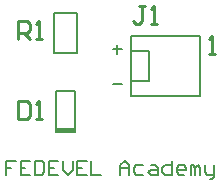
<source format=gto>
G04*
G04 #@! TF.GenerationSoftware,Altium Limited,Altium Designer,18.1.9 (240)*
G04*
G04 Layer_Color=65535*
%FSLAX25Y25*%
%MOIN*%
G70*
G01*
G75*
%ADD10C,0.00787*%
%ADD11C,0.01000*%
%ADD12R,0.06299X0.01575*%
D10*
X20472Y20079D02*
X26772D01*
X20472D02*
Y33858D01*
X26772D01*
Y20079D02*
Y33858D01*
X45587Y37244D02*
X51587D01*
Y47244D01*
X45587D02*
X51587D01*
X68587Y32244D02*
Y52244D01*
X45587Y32244D02*
X68587D01*
X45587D02*
Y52244D01*
X68587D01*
X19685Y59842D02*
X27559D01*
Y46457D02*
Y59842D01*
X19685Y46457D02*
X27559D01*
X19685D02*
Y59842D01*
X7086Y10628D02*
X3937D01*
Y8267D01*
X5511D01*
X3937D01*
Y5906D01*
X11808Y10628D02*
X8660D01*
Y5906D01*
X11808D01*
X8660Y8267D02*
X10234D01*
X13383Y10628D02*
Y5906D01*
X15744D01*
X16531Y6693D01*
Y9841D01*
X15744Y10628D01*
X13383D01*
X21254D02*
X18106D01*
Y5906D01*
X21254D01*
X18106Y8267D02*
X19680D01*
X22828Y10628D02*
Y7480D01*
X24403Y5906D01*
X25977Y7480D01*
Y10628D01*
X30700D02*
X27551D01*
Y5906D01*
X30700D01*
X27551Y8267D02*
X29126D01*
X32274Y10628D02*
Y5906D01*
X35423D01*
X41720D02*
Y9054D01*
X43294Y10628D01*
X44869Y9054D01*
Y5906D01*
Y8267D01*
X41720D01*
X49591Y9054D02*
X47230D01*
X46443Y8267D01*
Y6693D01*
X47230Y5906D01*
X49591D01*
X51953Y9054D02*
X53527D01*
X54314Y8267D01*
Y5906D01*
X51953D01*
X51166Y6693D01*
X51953Y7480D01*
X54314D01*
X59037Y10628D02*
Y5906D01*
X56676D01*
X55889Y6693D01*
Y8267D01*
X56676Y9054D01*
X59037D01*
X62973Y5906D02*
X61399D01*
X60612Y6693D01*
Y8267D01*
X61399Y9054D01*
X62973D01*
X63760Y8267D01*
Y7480D01*
X60612D01*
X65334Y5906D02*
Y9054D01*
X66122D01*
X66909Y8267D01*
Y5906D01*
Y8267D01*
X67696Y9054D01*
X68483Y8267D01*
Y5906D01*
X70057Y9054D02*
Y6693D01*
X70845Y5906D01*
X73206D01*
Y5118D01*
X72419Y4331D01*
X71632D01*
X73206Y5906D02*
Y9054D01*
X39370Y36220D02*
X42519D01*
X39370Y47637D02*
X42519D01*
X40944Y49211D02*
Y46063D01*
D11*
X71587Y46244D02*
X73586D01*
X72586D01*
Y52242D01*
X71587Y51243D01*
X7874Y51181D02*
Y57179D01*
X10873D01*
X11873Y56179D01*
Y54180D01*
X10873Y53180D01*
X7874D01*
X9873D02*
X11873Y51181D01*
X13872D02*
X15871D01*
X14872D01*
Y57179D01*
X13872Y56179D01*
X50235Y62192D02*
X48236D01*
X49236D01*
Y57194D01*
X48236Y56194D01*
X47236D01*
X46237Y57194D01*
X52235Y56194D02*
X54234D01*
X53234D01*
Y62192D01*
X52235Y61193D01*
X7874Y30309D02*
Y24311D01*
X10873D01*
X11873Y25311D01*
Y29309D01*
X10873Y30309D01*
X7874D01*
X13872Y24311D02*
X15871D01*
X14872D01*
Y30309D01*
X13872Y29309D01*
D12*
X23622Y20866D02*
D03*
M02*

</source>
